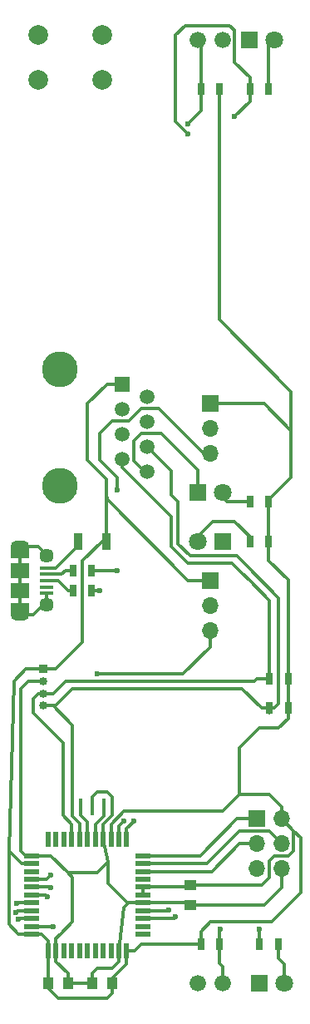
<source format=gtl>
G04 #@! TF.FileFunction,Copper,L1,Top,Signal*
%FSLAX46Y46*%
G04 Gerber Fmt 4.6, Leading zero omitted, Abs format (unit mm)*
G04 Created by KiCad (PCBNEW 4.0.6) date 06/30/20 08:24:00*
%MOMM*%
%LPD*%
G01*
G04 APERTURE LIST*
%ADD10C,0.100000*%
%ADD11R,1.700000X1.700000*%
%ADD12O,1.700000X1.700000*%
%ADD13R,0.900000X1.700000*%
%ADD14R,1.500000X0.550000*%
%ADD15R,0.550000X1.500000*%
%ADD16R,1.900000X1.500000*%
%ADD17C,1.450000*%
%ADD18R,1.350000X0.400000*%
%ADD19O,1.900000X1.200000*%
%ADD20R,1.900000X1.200000*%
%ADD21R,0.400000X1.800000*%
%ADD22R,0.850000X0.850000*%
%ADD23C,0.850000*%
%ADD24C,3.650000*%
%ADD25R,1.500000X1.500000*%
%ADD26C,1.500000*%
%ADD27C,2.000000*%
%ADD28C,1.676400*%
%ADD29R,1.800000X1.800000*%
%ADD30C,1.800000*%
%ADD31R,0.700000X1.300000*%
%ADD32R,1.000000X1.250000*%
%ADD33R,1.250000X1.000000*%
%ADD34C,0.600000*%
%ADD35C,0.304800*%
G04 APERTURE END LIST*
D10*
D11*
X66024000Y-117469000D03*
D12*
X68564000Y-117469000D03*
X66024000Y-120009000D03*
X68564000Y-120009000D03*
X66024000Y-122549000D03*
X68564000Y-122549000D03*
D13*
X50724000Y-89219000D03*
X47824000Y-89219000D03*
D14*
X54474000Y-129219000D03*
X54474000Y-128419000D03*
X54474000Y-127619000D03*
X54474000Y-126819000D03*
X54474000Y-126019000D03*
X54474000Y-125219000D03*
X54474000Y-124419000D03*
X54474000Y-123619000D03*
X54474000Y-122819000D03*
X54474000Y-122019000D03*
X54474000Y-121219000D03*
D15*
X52774000Y-119519000D03*
X51974000Y-119519000D03*
X51174000Y-119519000D03*
X50374000Y-119519000D03*
X49574000Y-119519000D03*
X48774000Y-119519000D03*
X47974000Y-119519000D03*
X47174000Y-119519000D03*
X46374000Y-119519000D03*
X45574000Y-119519000D03*
X44774000Y-119519000D03*
D14*
X43074000Y-121219000D03*
X43074000Y-122019000D03*
X43074000Y-122819000D03*
X43074000Y-123619000D03*
X43074000Y-124419000D03*
X43074000Y-125219000D03*
X43074000Y-126019000D03*
X43074000Y-126819000D03*
X43074000Y-127619000D03*
X43074000Y-128419000D03*
X43074000Y-129219000D03*
D15*
X44774000Y-130919000D03*
X45574000Y-130919000D03*
X46374000Y-130919000D03*
X47174000Y-130919000D03*
X47974000Y-130919000D03*
X48774000Y-130919000D03*
X49574000Y-130919000D03*
X50374000Y-130919000D03*
X51174000Y-130919000D03*
X51974000Y-130919000D03*
X52774000Y-130919000D03*
D16*
X41924000Y-94219000D03*
D17*
X44624000Y-90719000D03*
D18*
X44624000Y-92569000D03*
X44624000Y-91919000D03*
X44624000Y-94519000D03*
X44624000Y-93869000D03*
X44624000Y-93219000D03*
D17*
X44624000Y-95719000D03*
D16*
X41924000Y-92219000D03*
D19*
X41924000Y-89719000D03*
X41924000Y-96719000D03*
D20*
X41924000Y-96119000D03*
X41924000Y-90319000D03*
D21*
X48074000Y-116219000D03*
X49274000Y-116219000D03*
X50474000Y-116219000D03*
D22*
X44274000Y-102219000D03*
D23*
X44274000Y-103469000D03*
X44274000Y-104719000D03*
X44274000Y-105969000D03*
D24*
X45924000Y-83599000D03*
X45924000Y-71729000D03*
D25*
X52274000Y-73219000D03*
D26*
X54814000Y-74489000D03*
X52274000Y-75759000D03*
X54814000Y-77029000D03*
X52274000Y-78299000D03*
X54814000Y-79569000D03*
X52274000Y-80839000D03*
X54814000Y-82109000D03*
D27*
X50274000Y-42219000D03*
X50274000Y-37719000D03*
X43774000Y-42219000D03*
X43774000Y-37719000D03*
D28*
X60004000Y-134219000D03*
X62544000Y-134219000D03*
X62544000Y-38219000D03*
X60004000Y-38219000D03*
D29*
X62524000Y-89219000D03*
D30*
X59984000Y-89219000D03*
D29*
X60024000Y-84219000D03*
D30*
X62564000Y-84219000D03*
D31*
X67324000Y-106219000D03*
X69224000Y-106219000D03*
X67324000Y-103219000D03*
X69224000Y-103219000D03*
X49224000Y-94219000D03*
X47324000Y-94219000D03*
X49224000Y-92219000D03*
X47324000Y-92219000D03*
X65324000Y-89219000D03*
X67224000Y-89219000D03*
X65324000Y-85219000D03*
X67224000Y-85219000D03*
X62224000Y-130219000D03*
X60324000Y-130219000D03*
X68224000Y-130219000D03*
X66324000Y-130219000D03*
X67224000Y-43219000D03*
X65324000Y-43219000D03*
X60324000Y-43219000D03*
X62224000Y-43219000D03*
D32*
X44774000Y-134219000D03*
X46774000Y-134219000D03*
X51274000Y-134219000D03*
X49274000Y-134219000D03*
D33*
X59274000Y-124219000D03*
X59274000Y-126219000D03*
D29*
X65274000Y-38219000D03*
D30*
X67814000Y-38219000D03*
D29*
X66274000Y-134219000D03*
D30*
X68814000Y-134219000D03*
D11*
X61274000Y-93219000D03*
D12*
X61274000Y-95759000D03*
X61274000Y-98299000D03*
D11*
X61274000Y-75219000D03*
D12*
X61274000Y-77759000D03*
X61274000Y-80299000D03*
D34*
X45024000Y-124469000D03*
X44674000Y-125369000D03*
X59024000Y-46719000D03*
X49774000Y-102719000D03*
X45274000Y-128469000D03*
X45024000Y-123219000D03*
X51774000Y-83969000D03*
X53474000Y-117719000D03*
X62274000Y-128719000D03*
X41474000Y-126969000D03*
X59024000Y-47719000D03*
X63774000Y-45969000D03*
X41574000Y-126119000D03*
X66274000Y-128719000D03*
X41774000Y-127719000D03*
X52524000Y-117719000D03*
X57024000Y-126719000D03*
X50024000Y-94219000D03*
X51774000Y-92219000D03*
X57774000Y-127469000D03*
D35*
X51974000Y-130919000D02*
X51974000Y-132019000D01*
X49274000Y-133219000D02*
X49274000Y-134219000D01*
X49774000Y-132719000D02*
X49274000Y-133219000D01*
X51274000Y-132719000D02*
X49774000Y-132719000D01*
X51974000Y-132019000D02*
X51274000Y-132719000D01*
X45574000Y-130919000D02*
X45574000Y-132019000D01*
X46774000Y-133219000D02*
X46774000Y-134219000D01*
X45574000Y-132019000D02*
X46774000Y-133219000D01*
X45574000Y-130919000D02*
X45574000Y-129669000D01*
X47274000Y-123469000D02*
X46774000Y-122969000D01*
X47274000Y-127969000D02*
X47274000Y-123469000D01*
X46074000Y-129169000D02*
X47274000Y-127969000D01*
X45574000Y-129669000D02*
X46074000Y-129169000D01*
X51274000Y-117005102D02*
X51274000Y-117119000D01*
X51274000Y-117005102D02*
X51274000Y-115219000D01*
X51274000Y-115219000D02*
X50774000Y-114719000D01*
X50774000Y-114719000D02*
X49774000Y-114719000D01*
X49774000Y-114719000D02*
X49274000Y-115219000D01*
X49274000Y-116219000D02*
X49274000Y-115219000D01*
X50374000Y-118019000D02*
X50374000Y-119519000D01*
X51274000Y-117119000D02*
X50374000Y-118019000D01*
X44624000Y-95719000D02*
X44624000Y-94519000D01*
X54814000Y-82109000D02*
X54564000Y-82109000D01*
X54564000Y-82109000D02*
X53474000Y-81019000D01*
X53474000Y-81019000D02*
X53474000Y-79019000D01*
X53474000Y-79019000D02*
X54274000Y-78219000D01*
X54274000Y-78219000D02*
X56274000Y-78219000D01*
X56274000Y-78219000D02*
X60024000Y-81969000D01*
X60024000Y-81969000D02*
X60024000Y-84219000D01*
X44624000Y-90719000D02*
X44624000Y-90569000D01*
X44624000Y-90569000D02*
X43774000Y-89719000D01*
X43774000Y-89719000D02*
X41924000Y-89719000D01*
X44624000Y-95719000D02*
X44274000Y-95719000D01*
X44274000Y-95719000D02*
X43274000Y-96719000D01*
X43274000Y-96719000D02*
X41924000Y-96719000D01*
X41924000Y-92219000D02*
X41924000Y-90319000D01*
X41924000Y-90319000D02*
X41924000Y-89719000D01*
X41924000Y-94219000D02*
X41924000Y-92219000D01*
X41924000Y-96719000D02*
X41924000Y-94219000D01*
X41924000Y-96719000D02*
X41924000Y-96119000D01*
X51974000Y-130919000D02*
X52474000Y-126519000D01*
X52474000Y-126519000D02*
X52974000Y-126019000D01*
X54474000Y-126019000D02*
X52974000Y-126019000D01*
X52974000Y-126019000D02*
X52824000Y-126019000D01*
X52824000Y-126019000D02*
X50874000Y-124069000D01*
X50874000Y-124069000D02*
X50874000Y-121869000D01*
X50374000Y-119519000D02*
X50874000Y-121869000D01*
X45024000Y-121219000D02*
X43074000Y-121219000D01*
X46774000Y-122969000D02*
X45024000Y-121219000D01*
X50874000Y-121869000D02*
X49774000Y-122969000D01*
X49774000Y-122969000D02*
X46774000Y-122969000D01*
X44274000Y-103469000D02*
X42774000Y-103469000D01*
X42774000Y-103469000D02*
X42024000Y-104219000D01*
X42024000Y-104219000D02*
X42024000Y-120719000D01*
X42024000Y-120719000D02*
X42524000Y-121219000D01*
X42524000Y-121219000D02*
X43074000Y-121219000D01*
X46774000Y-134219000D02*
X49274000Y-134219000D01*
X59274000Y-126219000D02*
X66774000Y-126219000D01*
X68564000Y-124429000D02*
X68564000Y-122549000D01*
X66774000Y-126219000D02*
X68564000Y-124429000D01*
X54474000Y-126019000D02*
X59074000Y-126019000D01*
X59074000Y-126019000D02*
X59274000Y-126219000D01*
X49474000Y-134019000D02*
X49274000Y-134219000D01*
X43074000Y-124419000D02*
X44974000Y-124419000D01*
X44974000Y-124419000D02*
X45024000Y-124469000D01*
X43074000Y-125219000D02*
X44524000Y-125219000D01*
X44524000Y-125219000D02*
X44674000Y-125369000D01*
X60324000Y-43219000D02*
X60324000Y-38539000D01*
X60324000Y-38539000D02*
X60004000Y-38219000D01*
X60324000Y-45419000D02*
X60324000Y-43219000D01*
X59024000Y-46719000D02*
X60324000Y-45419000D01*
X61274000Y-99969000D02*
X58524000Y-102719000D01*
X58524000Y-102719000D02*
X49774000Y-102719000D01*
X61274000Y-98299000D02*
X61274000Y-99969000D01*
X45224000Y-128419000D02*
X43074000Y-128419000D01*
X45274000Y-128469000D02*
X45224000Y-128419000D01*
X43074000Y-123619000D02*
X44624000Y-123619000D01*
X44624000Y-123619000D02*
X45024000Y-123219000D01*
X61274000Y-80299000D02*
X60604000Y-80299000D01*
X60604000Y-80299000D02*
X56024000Y-75719000D01*
X56024000Y-75719000D02*
X54274000Y-75719000D01*
X54274000Y-75719000D02*
X53024000Y-76969000D01*
X53024000Y-76969000D02*
X51274000Y-76969000D01*
X51274000Y-76969000D02*
X50024000Y-78219000D01*
X50024000Y-78219000D02*
X50024000Y-80969000D01*
X50024000Y-80969000D02*
X51774000Y-82719000D01*
X51774000Y-82719000D02*
X51774000Y-83969000D01*
X53474000Y-117719000D02*
X53474000Y-117769000D01*
X52774000Y-118469000D02*
X52774000Y-119519000D01*
X53474000Y-117769000D02*
X52774000Y-118469000D01*
X62224000Y-130219000D02*
X62224000Y-128769000D01*
X62224000Y-128769000D02*
X62274000Y-128719000D01*
X62544000Y-134219000D02*
X62544000Y-132489000D01*
X62224000Y-132169000D02*
X62224000Y-130219000D01*
X62544000Y-132489000D02*
X62224000Y-132169000D01*
X43074000Y-126819000D02*
X41624000Y-126819000D01*
X41624000Y-126819000D02*
X41474000Y-126969000D01*
X63774000Y-37219000D02*
X63724000Y-37219000D01*
X59024000Y-47719000D02*
X57774000Y-46469000D01*
X57774000Y-46469000D02*
X57774000Y-37719000D01*
X63774000Y-37219000D02*
X63774000Y-40469000D01*
X63774000Y-40469000D02*
X65324000Y-42019000D01*
X65324000Y-43219000D02*
X65324000Y-42019000D01*
X58774000Y-36719000D02*
X57774000Y-37719000D01*
X63224000Y-36719000D02*
X58774000Y-36719000D01*
X63724000Y-37219000D02*
X63224000Y-36719000D01*
X43074000Y-126019000D02*
X41674000Y-126019000D01*
X63774000Y-45969000D02*
X65324000Y-44419000D01*
X65324000Y-44419000D02*
X65324000Y-43219000D01*
X41674000Y-126019000D02*
X41574000Y-126119000D01*
X67324000Y-106219000D02*
X67774000Y-106219000D01*
X68274000Y-94969000D02*
X65024000Y-91719000D01*
X68274000Y-105719000D02*
X68274000Y-94969000D01*
X67774000Y-106219000D02*
X68274000Y-105719000D01*
X60774000Y-104219000D02*
X64524000Y-104219000D01*
X45524000Y-105969000D02*
X47274000Y-104219000D01*
X44274000Y-105969000D02*
X45524000Y-105969000D01*
X60774000Y-104219000D02*
X47274000Y-104219000D01*
X66524000Y-106219000D02*
X67324000Y-106219000D01*
X64524000Y-104219000D02*
X66524000Y-106219000D01*
X58024000Y-89469000D02*
X59274000Y-90719000D01*
X59274000Y-90719000D02*
X64024000Y-90719000D01*
X64024000Y-90719000D02*
X65024000Y-91719000D01*
X54814000Y-79569000D02*
X57274000Y-82029000D01*
X57274000Y-84469000D02*
X57274000Y-82029000D01*
X58024000Y-85219000D02*
X57274000Y-84469000D01*
X58024000Y-89469000D02*
X58024000Y-85219000D01*
X67324000Y-106219000D02*
X67324000Y-106669000D01*
X47974000Y-119519000D02*
X47974000Y-117919000D01*
X47274000Y-117219000D02*
X47274000Y-107969000D01*
X47274000Y-107969000D02*
X45274000Y-105969000D01*
X45274000Y-105969000D02*
X44274000Y-105969000D01*
X47274000Y-117219000D02*
X47974000Y-117919000D01*
X65024000Y-91719000D02*
X64774000Y-91469000D01*
X67324000Y-106219000D02*
X67324000Y-106019000D01*
X54714000Y-79469000D02*
X54814000Y-79569000D01*
X60524000Y-103469000D02*
X65774000Y-103469000D01*
X66024000Y-103219000D02*
X67324000Y-103219000D01*
X65774000Y-103469000D02*
X66024000Y-103219000D01*
X45274000Y-104719000D02*
X46524000Y-103469000D01*
X45274000Y-104719000D02*
X44274000Y-104719000D01*
X60524000Y-103469000D02*
X46524000Y-103469000D01*
X67324000Y-103219000D02*
X67324000Y-95269000D01*
X64524000Y-92469000D02*
X65324000Y-93269000D01*
X67324000Y-95269000D02*
X65324000Y-93269000D01*
X57274000Y-89719000D02*
X58524000Y-90969000D01*
X57274000Y-89719000D02*
X57274000Y-86719000D01*
X57274000Y-86719000D02*
X52274000Y-81719000D01*
X52274000Y-80839000D02*
X52274000Y-81719000D01*
X63524000Y-91469000D02*
X64524000Y-92469000D01*
X59024000Y-91469000D02*
X63524000Y-91469000D01*
X58774000Y-91219000D02*
X59024000Y-91469000D01*
X58524000Y-90969000D02*
X58774000Y-91219000D01*
X46274000Y-116969000D02*
X46274000Y-117119000D01*
X46274000Y-117119000D02*
X47174000Y-118019000D01*
X47174000Y-118019000D02*
X47174000Y-119519000D01*
X44274000Y-104719000D02*
X43774000Y-104719000D01*
X43274000Y-105219000D02*
X43774000Y-104719000D01*
X43274000Y-106719000D02*
X43274000Y-105219000D01*
X46274000Y-109719000D02*
X43274000Y-106719000D01*
X46274000Y-116969000D02*
X46274000Y-109719000D01*
X54474000Y-122819000D02*
X61424000Y-122819000D01*
X64234000Y-120009000D02*
X66024000Y-120009000D01*
X61424000Y-122819000D02*
X64234000Y-120009000D01*
X54474000Y-122019000D02*
X60974000Y-122019000D01*
X67274000Y-118719000D02*
X68564000Y-120009000D01*
X64274000Y-118719000D02*
X67274000Y-118719000D01*
X60974000Y-122019000D02*
X64274000Y-118719000D01*
X54474000Y-121219000D02*
X56024000Y-121219000D01*
X56024000Y-121219000D02*
X60274000Y-121219000D01*
X60274000Y-121219000D02*
X64024000Y-117469000D01*
X64024000Y-117469000D02*
X66024000Y-117469000D01*
X50474000Y-116219000D02*
X50474000Y-117169000D01*
X49574000Y-118069000D02*
X49574000Y-119519000D01*
X50474000Y-117169000D02*
X49574000Y-118069000D01*
X48074000Y-116219000D02*
X48074000Y-117119000D01*
X48074000Y-117119000D02*
X48774000Y-117819000D01*
X48774000Y-117819000D02*
X48774000Y-119519000D01*
X66324000Y-128769000D02*
X66274000Y-128719000D01*
X66324000Y-130219000D02*
X66324000Y-128769000D01*
X43074000Y-127619000D02*
X41874000Y-127619000D01*
X41874000Y-127619000D02*
X41774000Y-127719000D01*
X52524000Y-117719000D02*
X52474000Y-117719000D01*
X51974000Y-118219000D02*
X51974000Y-119519000D01*
X52474000Y-117719000D02*
X51974000Y-118219000D01*
X52474000Y-117769000D02*
X52524000Y-117719000D01*
X49224000Y-94219000D02*
X50024000Y-94219000D01*
X56924000Y-126819000D02*
X57024000Y-126719000D01*
X56924000Y-126819000D02*
X54474000Y-126819000D01*
X49224000Y-92219000D02*
X51774000Y-92219000D01*
X57624000Y-127619000D02*
X54474000Y-127619000D01*
X57624000Y-127619000D02*
X57774000Y-127469000D01*
X69224000Y-103219000D02*
X69224000Y-93169000D01*
X67224000Y-91169000D02*
X67224000Y-89219000D01*
X69224000Y-93169000D02*
X67224000Y-91169000D01*
X69224000Y-106219000D02*
X69224000Y-103219000D01*
X69224000Y-106219000D02*
X69224000Y-107269000D01*
X66274000Y-108219000D02*
X64274000Y-110219000D01*
X68274000Y-108219000D02*
X66274000Y-108219000D01*
X69224000Y-107269000D02*
X68274000Y-108219000D01*
X61274000Y-93219000D02*
X59024000Y-93219000D01*
X50774000Y-84719000D02*
X50724000Y-84719000D01*
X50774000Y-84969000D02*
X50774000Y-84719000D01*
X59024000Y-93219000D02*
X50774000Y-84969000D01*
X61274000Y-75219000D02*
X66774000Y-75219000D01*
X66774000Y-75219000D02*
X69524000Y-77969000D01*
X64274000Y-114969000D02*
X64274000Y-110219000D01*
X44774000Y-134219000D02*
X44774000Y-134719000D01*
X44774000Y-134719000D02*
X45774000Y-135719000D01*
X51274000Y-135219000D02*
X51274000Y-134219000D01*
X50774000Y-135719000D02*
X51274000Y-135219000D01*
X45774000Y-135719000D02*
X50774000Y-135719000D01*
X52774000Y-130919000D02*
X53574000Y-130919000D01*
X54274000Y-130219000D02*
X60324000Y-130219000D01*
X53574000Y-130919000D02*
X54274000Y-130219000D01*
X52774000Y-130919000D02*
X52774000Y-132219000D01*
X52774000Y-132219000D02*
X51274000Y-133719000D01*
X51274000Y-133719000D02*
X51274000Y-134219000D01*
X43074000Y-129219000D02*
X44124000Y-129219000D01*
X44774000Y-129869000D02*
X44774000Y-130919000D01*
X44124000Y-129219000D02*
X44774000Y-129869000D01*
X51174000Y-119519000D02*
X51174000Y-118019000D01*
X51174000Y-118019000D02*
X52474000Y-116719000D01*
X69524000Y-77719000D02*
X69524000Y-73969000D01*
X67224000Y-85019000D02*
X69524000Y-82719000D01*
X69524000Y-82719000D02*
X69524000Y-77969000D01*
X69524000Y-77969000D02*
X69524000Y-77719000D01*
X62224000Y-66669000D02*
X62224000Y-46669000D01*
X69524000Y-73969000D02*
X62224000Y-66669000D01*
X62224000Y-46669000D02*
X62224000Y-43219000D01*
X48274000Y-99469000D02*
X45524000Y-102219000D01*
X50724000Y-89219000D02*
X50724000Y-84719000D01*
X50724000Y-84719000D02*
X50724000Y-82919000D01*
X50774000Y-73219000D02*
X52274000Y-73219000D01*
X48774000Y-75219000D02*
X50774000Y-73219000D01*
X48774000Y-80969000D02*
X48774000Y-75219000D01*
X50724000Y-82919000D02*
X48774000Y-80969000D01*
X67274000Y-114969000D02*
X68564000Y-116259000D01*
X64274000Y-114969000D02*
X67274000Y-114969000D01*
X62524000Y-116719000D02*
X64274000Y-114969000D01*
X52474000Y-116719000D02*
X62524000Y-116719000D01*
X67224000Y-85219000D02*
X67224000Y-85019000D01*
X67224000Y-89219000D02*
X67224000Y-85219000D01*
X68564000Y-117469000D02*
X68564000Y-116259000D01*
X60324000Y-130219000D02*
X60324000Y-128919000D01*
X60324000Y-128919000D02*
X61274000Y-127969000D01*
X61274000Y-127969000D02*
X67524000Y-127969000D01*
X67524000Y-127969000D02*
X70524000Y-124969000D01*
X70524000Y-124969000D02*
X70524000Y-119429000D01*
X70524000Y-119429000D02*
X69774000Y-118679000D01*
X59274000Y-124219000D02*
X66524000Y-124219000D01*
X66524000Y-124219000D02*
X67274000Y-123469000D01*
X67274000Y-123469000D02*
X67274000Y-121719000D01*
X67274000Y-121719000D02*
X67774000Y-121219000D01*
X67774000Y-121219000D02*
X69274000Y-121219000D01*
X69274000Y-121219000D02*
X69774000Y-120719000D01*
X69774000Y-120719000D02*
X69774000Y-118679000D01*
X69774000Y-118679000D02*
X68564000Y-117469000D01*
X54474000Y-124419000D02*
X59074000Y-124419000D01*
X59074000Y-124419000D02*
X59274000Y-124219000D01*
X54474000Y-125219000D02*
X54474000Y-124419000D01*
X44774000Y-130919000D02*
X44774000Y-134219000D01*
X43074000Y-129219000D02*
X41774000Y-129219000D01*
X40774000Y-128219000D02*
X40774000Y-120719000D01*
X41774000Y-129219000D02*
X40774000Y-128219000D01*
X44274000Y-102219000D02*
X42524000Y-102219000D01*
X42074000Y-122019000D02*
X43074000Y-122019000D01*
X40774000Y-120719000D02*
X42074000Y-122019000D01*
X41274000Y-103469000D02*
X40774000Y-120719000D01*
X42524000Y-102219000D02*
X41274000Y-103469000D01*
X50724000Y-89219000D02*
X50274000Y-89219000D01*
X50274000Y-89219000D02*
X48274000Y-91219000D01*
X48274000Y-91219000D02*
X48274000Y-99469000D01*
X45524000Y-102219000D02*
X44274000Y-102219000D01*
X44624000Y-91919000D02*
X45574000Y-91919000D01*
X45574000Y-91919000D02*
X47824000Y-89669000D01*
X47824000Y-89669000D02*
X47824000Y-89219000D01*
X44624000Y-93219000D02*
X45774000Y-93219000D01*
X46774000Y-94219000D02*
X47324000Y-94219000D01*
X45774000Y-93219000D02*
X46774000Y-94219000D01*
X44624000Y-92569000D02*
X46174000Y-92569000D01*
X46524000Y-92219000D02*
X47324000Y-92219000D01*
X46174000Y-92569000D02*
X46524000Y-92219000D01*
X67224000Y-43219000D02*
X67224000Y-38809000D01*
X67224000Y-38809000D02*
X67814000Y-38219000D01*
X62564000Y-84219000D02*
X62564000Y-84759000D01*
X62564000Y-84759000D02*
X63024000Y-85219000D01*
X63024000Y-85219000D02*
X65324000Y-85219000D01*
X59984000Y-89219000D02*
X59984000Y-88759000D01*
X59984000Y-88759000D02*
X61524000Y-87219000D01*
X61524000Y-87219000D02*
X63774000Y-87219000D01*
X63774000Y-87219000D02*
X65324000Y-88769000D01*
X65324000Y-88769000D02*
X65324000Y-89219000D01*
X68814000Y-134219000D02*
X68814000Y-132259000D01*
X68224000Y-131669000D02*
X68224000Y-130219000D01*
X68814000Y-132259000D02*
X68224000Y-131669000D01*
M02*

</source>
